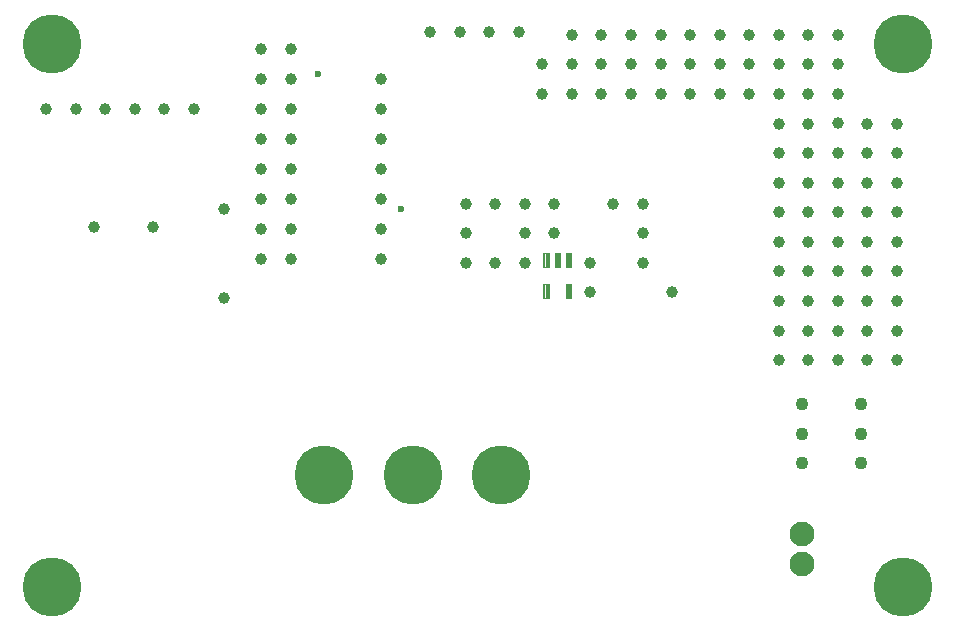
<source format=gts>
G71*G90*G75*D02*
%ASAXBY*OFA0B0*MOMM*FSLAX43Y43*IPPOS*%
%ADD11C,0.100*%
%ADD16C,0.600*%
%ADD19C,1.000*%
%ADD20C,1.100*%
%ADD27C,2.100*%
%ADD29C,5.000*%
G54D19*
G01X94500Y57250D03*
Y54750D03*
Y52250D03*
Y59750D03*
X84500D03*
Y57250D03*
Y54750D03*
Y52250D03*
X43180Y66040D03*
Y63500D03*
Y60960D03*
Y58420D03*
Y55880D03*
Y53340D03*
X50800D03*
Y55880D03*
Y58420D03*
Y60960D03*
Y63500D03*
Y66040D03*
Y50800D03*
X43180D03*
X40640Y66040D03*
Y63500D03*
Y60960D03*
Y58420D03*
Y55880D03*
Y53340D03*
Y50800D03*
X35000Y63500D03*
X32500D03*
X30000D03*
X27500D03*
X25000D03*
X22500D03*
X26500Y53500D03*
X31500D03*
G54D20*
X86500Y38500D03*
Y36000D03*
Y33500D03*
X91500D03*
Y36000D03*
Y38500D03*
G54D19*
X37500Y47500D03*
Y55000D03*
X58000Y55500D03*
X60500D03*
X58000Y53000D03*
X63000D03*
X58000Y50500D03*
X60500D03*
X63000D03*
X65500Y53000D03*
X73000D03*
Y55500D03*
X70500D03*
X68500Y50500D03*
X73000D03*
X43180Y68580D03*
X40640D03*
G54D27*
X86500Y25000D03*
Y27500D03*
G54D29*
X95000Y69000D03*
X23000D03*
X95000Y23000D03*
X23000D03*
G54D19*
X63000Y55500D03*
X65500D03*
G54D16*
X52500Y55000D03*
X45500Y66500D03*
G54D19*
X89500Y62300D03*
Y52250D03*
X87000Y59750D03*
X89500D03*
X92000D03*
X87000Y62250D03*
X84500D03*
X92000D03*
X94500D03*
X87000Y57250D03*
X89500D03*
X92000D03*
X87000Y54750D03*
X89500D03*
X92000D03*
Y52250D03*
X84500Y49750D03*
X87000D03*
X89500D03*
X92000D03*
X94500D03*
X87000Y52250D03*
X55000Y70000D03*
X57500D03*
X60000D03*
X62500D03*
X87000Y64800D03*
X84500D03*
X87000Y67300D03*
Y69800D03*
X84500Y67300D03*
Y69800D03*
X82000Y67300D03*
Y69800D03*
Y64800D03*
X79500D03*
Y67300D03*
Y69800D03*
X77000Y64800D03*
Y67300D03*
Y69800D03*
X74500D03*
Y67300D03*
Y64800D03*
X72000D03*
Y67300D03*
Y69800D03*
X69500D03*
Y67300D03*
Y64800D03*
X67000D03*
Y67300D03*
Y69800D03*
X64500Y67300D03*
Y64800D03*
X89500Y69800D03*
Y67300D03*
Y64800D03*
X84500Y47250D03*
X87000D03*
X89500D03*
X92000D03*
X94500D03*
X84500Y44750D03*
X87000D03*
X89500D03*
X92000D03*
X94500D03*
X84500Y42250D03*
X87000D03*
X89500D03*
X92000D03*
X94500D03*
G54D11*
X64575Y47525D02*
Y48675D01*
X65025D01*
Y47525D01*
X64575D01*
X64670D02*
Y48675D01*
X64765Y47525D02*
Y48675D01*
X64860Y47525D02*
Y48675D01*
X64955Y47525D02*
Y48675D01*
X66475Y47525D02*
Y48675D01*
X66925D01*
Y47525D01*
X66475D01*
X66570D02*
Y48675D01*
X66665Y47525D02*
Y48675D01*
X66760Y47525D02*
Y48675D01*
X66855Y47525D02*
Y48675D01*
G54D29*
X61000Y32500D03*
X46000D03*
G54D11*
X64575Y50125D02*
Y51275D01*
X65025D01*
Y50125D01*
X64575D01*
X64670D02*
Y51275D01*
X64765Y50125D02*
Y51275D01*
X64860Y50125D02*
Y51275D01*
X64955Y50125D02*
Y51275D01*
X66475Y50125D02*
Y51275D01*
X66925D01*
Y50125D01*
X66475D01*
X66570D02*
Y51275D01*
X66665Y50125D02*
Y51275D01*
X66760Y50125D02*
Y51275D01*
X66855Y50125D02*
Y51275D01*
X65525Y50125D02*
Y51275D01*
X65975D01*
Y50125D01*
X65525D01*
X65620D02*
Y51275D01*
X65715Y50125D02*
Y51275D01*
X65810Y50125D02*
Y51275D01*
X65905Y50125D02*
Y51275D01*
G54D19*
X68500Y48000D03*
X75500D03*
G54D29*
X53500Y32500D03*
G01X0Y0D02*
M02*

</source>
